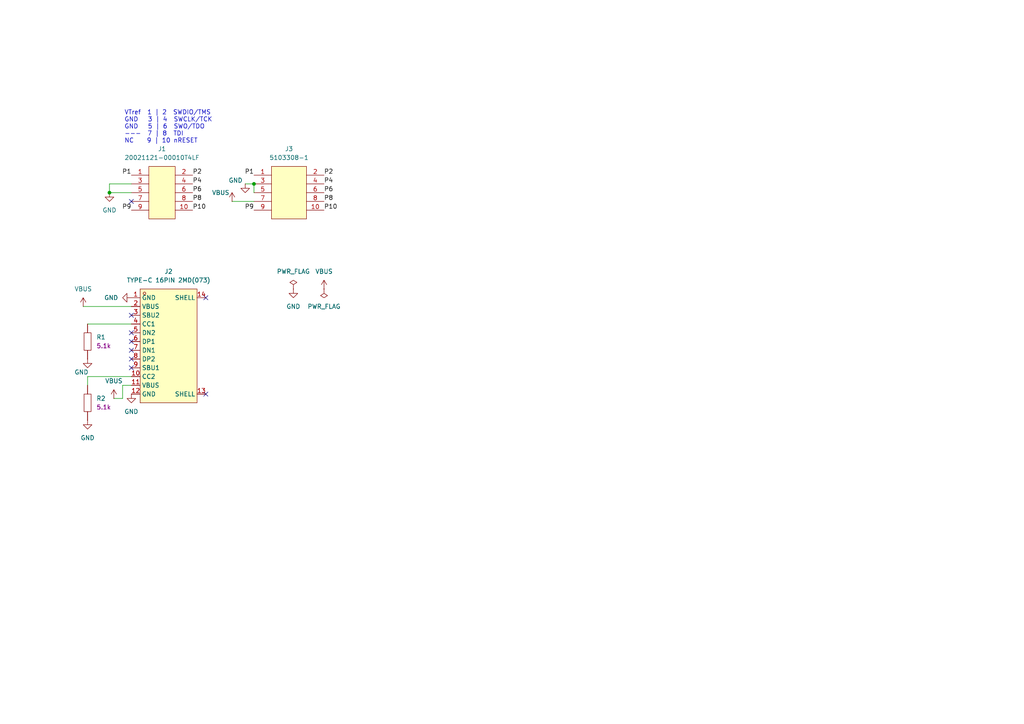
<source format=kicad_sch>
(kicad_sch (version 20231120) (generator "eeschema") (generator_version "8.0")
  (paper "A4")
  (title_block (title "jlink_edu_mini_adapter") (date "2024-07-28") (rev "v1"))
  (lib_symbols
    (symbol "pepy_sym_lib:[10P_2X5_IDC_1_27MM_MALE]Amphenol ICC 20021121-00010T4LF"
      (property "Reference" "J" (at -0.254 12.192 0))
      (property "Value" "20021121-00010T4LF" (at 0.254 10.414 0))
      (symbol "[10P_2X5_IDC_1_27MM_MALE]Amphenol ICC 20021121-00010T4LF_0_1"
        (rectangle (start -3.81 8.89) (end 3.81 -6.35) (fill (type background)))
      )
      (symbol "[10P_2X5_IDC_1_27MM_MALE]Amphenol ICC 20021121-00010T4LF_1_1"
        (pin free line (at -8.89 6.35 0) (length 5.08) (name "~") (number "1"))
        (pin free line (at 8.89 -3.81 180) (length 5.08) (name "~") (number "10"))
        (pin free line (at 8.89 6.35 180) (length 5.08) (name "~") (number "2"))
        (pin free line (at -8.89 3.81 0) (length 5.08) (name "~") (number "3"))
        (pin free line (at 8.89 3.81 180) (length 5.08) (name "~") (number "4"))
        (pin free line (at -8.89 1.27 0) (length 5.08) (name "~") (number "5"))
        (pin free line (at 8.89 1.27 180) (length 5.08) (name "~") (number "6"))
        (pin free line (at -8.89 -1.27 0) (length 5.08) (name "~") (number "7"))
        (pin free line (at 8.89 -1.27 180) (length 5.08) (name "~") (number "8"))
        (pin free line (at -8.89 -3.81 0) (length 5.08) (name "~") (number "9"))
      )
    )
    (symbol "pepy_sym_lib:[10P_2X5_IDC_MALE]TE Connectivity 5103308-1"
      (property "Reference" "J" (at 0 9.398 0))
      (property "Value" "5103308-1" (at 0 -10.16 0))
      (symbol "[10P_2X5_IDC_MALE]TE Connectivity 5103308-1_0_1"
        (rectangle (start -5.08 7.62) (end 5.08 -7.62) (fill (type background)))
      )
      (symbol "[10P_2X5_IDC_MALE]TE Connectivity 5103308-1_1_1"
        (pin free line (at -10.16 5.08 0) (length 5.08) (name "~") (number "1"))
        (pin free line (at 10.16 -5.08 180) (length 5.08) (name "~") (number "10"))
        (pin free line (at 10.16 5.08 180) (length 5.08) (name "~") (number "2"))
        (pin free line (at -10.16 2.54 0) (length 5.08) (name "~") (number "3"))
        (pin free line (at 10.16 2.54 180) (length 5.08) (name "~") (number "4"))
        (pin free line (at -10.16 0 0) (length 5.08) (name "~") (number "5"))
        (pin free line (at 10.16 0 180) (length 5.08) (name "~") (number "6"))
        (pin free line (at -10.16 -2.54 0) (length 5.08) (name "~") (number "7"))
        (pin free line (at 10.16 -2.54 180) (length 5.08) (name "~") (number "8"))
        (pin free line (at -10.16 -5.08 0) (length 5.08) (name "~") (number "9"))
      )
    )
    (symbol "pepy_sym_lib:[RES_SMD_0805_2012Metric]UNI-ROYAL(Uniroyal Elec) 0805W8F5101T5E" (pin_numbers hide)
      (property "Reference" "R" (at 0 5.08 0))
      (property "Nvalue" "5.1k" (at 0.254 -2.54 0))
      (symbol "[RES_SMD_0805_2012Metric]UNI-ROYAL(Uniroyal Elec) 0805W8F5101T5E_1_1"
        (rectangle (start -2.54 1.02) (end 2.54 -1.02))
        (pin passive line (at -5.08 0 0) (length 2.54) (name "~") (number "1"))
        (pin passive line (at 5.08 0 180) (length 2.54) (name "~") (number "2"))
      )
    )
    (symbol "pepy_sym_lib:[USB_C_16P_RA_FEMALE]SHOU HAN TYPE-C 16PIN 2MD(073)"
      (property "Reference" "J" (at 0 17.78 0))
      (property "Value" "TYPE-C 16PIN 2MD(073)" (at 0 -19.05 0))
      (symbol "[USB_C_16P_RA_FEMALE]SHOU HAN TYPE-C 16PIN 2MD(073)_0_1"
        (rectangle (start -8.89 16.51) (end 7.62 -16.51) (fill (type background)))
        (circle (center -7.62 15.24) (radius 0.38))
      )
      (symbol "[USB_C_16P_RA_FEMALE]SHOU HAN TYPE-C 16PIN 2MD(073)_1_1"
        (pin power_in line (at -11.43 13.97 0) (length 2.54) (name "GND") (number "1"))
        (pin passive line (at -11.43 -8.89 0) (length 2.54) (name "CC2") (number "10"))
        (pin power_in line (at -11.43 -11.43 0) (length 2.54) (name "VBUS") (number "11"))
        (pin power_in line (at -11.43 -13.97 0) (length 2.54) (name "GND") (number "12"))
        (pin passive line (at 10.16 -13.97 180) (length 2.54) (name "SHELL") (number "13"))
        (pin passive line (at 10.16 13.97 180) (length 2.54) (name "SHELL") (number "14"))
        (pin power_in line (at -11.43 11.43 0) (length 2.54) (name "VBUS") (number "2"))
        (pin bidirectional line (at -11.43 8.89 0) (length 2.54) (name "SBU2") (number "3"))
        (pin passive line (at -11.43 6.35 0) (length 2.54) (name "CC1") (number "4"))
        (pin bidirectional line (at -11.43 3.81 0) (length 2.54) (name "DN2") (number "5"))
        (pin bidirectional line (at -11.43 1.27 0) (length 2.54) (name "DP1") (number "6"))
        (pin bidirectional line (at -11.43 -1.27 0) (length 2.54) (name "DN1") (number "7"))
        (pin bidirectional line (at -11.43 -3.81 0) (length 2.54) (name "DP2") (number "8"))
        (pin bidirectional line (at -11.43 -6.35 0) (length 2.54) (name "SBU1") (number "9"))
      )
    )
    (symbol "power:GND" (power) (pin_numbers hide) (pin_names (offset 0) hide)
      (property "Value" "GND" (at 0 -3.81 0))
      (symbol "GND_0_1"
        (polyline (pts (xy 0 0) (xy 0 -1.27) (xy 1.27 -1.27) (xy 0 -2.54) (xy -1.27 -1.27) (xy 0 -1.27)))
      )
      (symbol "GND_1_1"
        (pin power_in line (at 0 0 270) (length 0) (name "~") (number "1"))
      )
    )
    (symbol "power:PWR_FLAG" (power) (pin_numbers hide) (pin_names (offset 0) hide)
      (property "Value" "PWR_FLAG" (at 0 3.81 0))
      (symbol "PWR_FLAG_0_0"
        (pin power_out line (at 0 0 90) (length 0) (name "~") (number "1"))
      )
      (symbol "PWR_FLAG_0_1"
        (polyline (pts (xy 0 0) (xy 0 1.27) (xy -1.016 1.905) (xy 0 2.54) (xy 1.016 1.905) (xy 0 1.27)))
      )
    )
    (symbol "power:VBUS" (power) (pin_numbers hide) (pin_names (offset 0) hide)
      (property "Value" "VBUS" (at 0 3.556 0))
      (symbol "VBUS_0_1"
        (polyline (pts (xy -0.762 1.27) (xy 0 2.54)))
        (polyline (pts (xy 0 0) (xy 0 2.54)))
        (polyline (pts (xy 0 2.54) (xy 0.762 1.27)))
      )
      (symbol "VBUS_1_1"
        (pin power_in line (at 0 0 90) (length 0) (name "~") (number "1"))
      )
    )
  )
  (junction (at 31.75 55.88))
  (junction (at 73.66 53.34))
  (no_connect (at 38.1 99.06))
  (no_connect (at 59.69 86.36))
  (no_connect (at 38.1 91.44))
  (no_connect (at 38.1 104.14))
  (no_connect (at 59.69 114.3))
  (no_connect (at 38.1 58.42))
  (no_connect (at 38.1 106.68))
  (no_connect (at 38.1 101.6))
  (no_connect (at 38.1 96.52))
  (wire (pts (xy 24.13 88.9) (xy 38.1 88.9)))
  (wire (pts (xy 38.1 53.34) (xy 31.75 53.34)))
  (wire (pts (xy 73.66 53.34) (xy 73.66 55.88)))
  (wire (pts (xy 38.1 109.22) (xy 25.4 109.22)))
  (wire (pts (xy 31.75 53.34) (xy 31.75 55.88)))
  (wire (pts (xy 71.12 53.34) (xy 73.66 53.34)))
  (wire (pts (xy 35.56 111.76) (xy 35.56 115.57)))
  (wire (pts (xy 35.56 115.57) (xy 33.02 115.57)))
  (wire (pts (xy 25.4 109.22) (xy 25.4 111.76)))
  (wire (pts (xy 25.4 93.98) (xy 38.1 93.98)))
  (wire (pts (xy 31.75 55.88) (xy 38.1 55.88)))
  (wire (pts (xy 38.1 111.76) (xy 35.56 111.76)))
  (wire (pts (xy 67.31 58.42) (xy 73.66 58.42)))
  (text "VTref  1 | 2  SWDIO/TMS\nGND   3 | 4  SWCLK/TCK\nGND   5 | 6  SWO/TDO\n---  7 | 8  TDI\nNC    9 | 10 nRESET" (at 36.068 36.83 0) (effects (font (size 1.27 1.27)) (justify left)))
  (label "P4" (at 55.88 53.34 0))
  (label "P2" (at 93.98 50.8 0))
  (label "P1" (at 38.1 50.8 180))
  (label "P6" (at 55.88 55.88 0))
  (label "P10" (at 93.98 60.96 0))
  (label "P8" (at 55.88 58.42 0))
  (label "P2" (at 55.88 50.8 0))
  (label "P4" (at 93.98 53.34 0))
  (label "P1" (at 73.66 50.8 180))
  (label "P8" (at 93.98 58.42 0))
  (label "P6" (at 93.98 55.88 0))
  (label "P9" (at 73.66 60.96 180))
  (label "P9" (at 38.1 60.96 180))
  (label "P10" (at 55.88 60.96 0))
  (symbol (lib_id "pepy_sym_lib:[RES_SMD_0805_2012Metric]UNI-ROYAL(Uniroyal Elec) 0805W8F5101T5E") (at 25.4 116.84 90) (unit 1)
    (property "Reference" "R2" (at 27.94 115.5699 90) (effects (justify right)))
    (property "Value" "0805W8F5101T5E" (effects (hide yes)))
    (property "Footprint" "pepy_sym_lib:[RES_SMD_0805_2012Metric]" (effects (hide yes)))
    (property "Datasheet" "https://lcsc.com/product-detail/Chip-Resistor-Surface-Mount-UniOhm_5-1KR-5101-1_C27834.html" (effects (hide yes)))
    (property "Description" "125mW Thick Film Resistors 150V ±100ppm/℃ ±1% 5.1kΩ 0805 Chip Resistor - Surface Mount ROHS" (effects (hide yes)))
    (property "LCSC Part" "C27834" (effects (hide yes)))
    (property "Nvalue" "5.1k" (at 27.94 118.1099 90) (effects (justify right)))
    (property "Manufacturer" "UNI-ROYAL(Uniroyal Elec)" (effects (hide yes)))
    (property "Package" "0805" (effects (hide yes)))
  )
  (symbol (lib_id "pepy_sym_lib:[10P_2X5_IDC_MALE]TE Connectivity 5103308-1") (at 83.82 55.88 0) (unit 1)
    (property "Reference" "J3" (at 83.82 43.18 0))
    (property "Value" "5103308-1" (at 83.82 45.72 0))
    (property "Footprint" "pepy_sym_lib:[10P_2X5_IDC_MALE]TE Connectivity 5103308-1" (effects (hide yes)))
    (property "Datasheet" "https://lcsc.com/product-detail/Header-Connectors_TE-Connectivity_5103308-1_Horn-connector-2-5-pitch2-54mm-Straight-line_C86466.html" (effects (hide yes)))
    (property "Description" "Headers & Wire Housings HDR VERT DOUBLE 10P low profile" (effects (hide yes)))
    (property "LCSC Part" "C86466" (effects (hide yes)))
    (property "Manufacturer" "TE Connectivity" (effects (hide yes)))
  )
  (symbol (lib_id "power:GND") (at 38.1 86.36 270) (unit 1)
    (property "Reference" "#PWR06" (effects (hide yes)))
    (property "Value" "GND" (at 34.29 86.3599 90) (effects (justify right)))
    (property "Description" "Power symbol creates a global label with name \"GND\" , ground" (effects (hide yes)))
  )
  (symbol (lib_id "pepy_sym_lib:[10P_2X5_IDC_1_27MM_MALE]Amphenol ICC 20021121-00010T4LF") (at 46.99 57.15 0) (unit 1)
    (property "Reference" "J1" (at 46.99 43.18 0))
    (property "Value" "20021121-00010T4LF" (at 46.99 45.72 0))
    (property "Footprint" "pepy_sym_lib:[10P_2X5_IDC_1_27MM_MALE]Amphenol ICC 20021121-00010T4LF" (effects (hide yes)))
    (property "Datasheet" "https://www.lcsc.com/datasheet/lcsc_datasheet_2204251545_Amphenol-ICC-20021121-00010T4LF_C598540.pdf" (effects (hide yes)))
    (property "Description" " 1A Tin Standing paste 125V 10P -55℃~+125℃ 1.27mm Double Row Black Copper Alloy 1.27mm SMD,P=1.27mm Pin Headers ROHS" (effects (hide yes)))
    (property "LCSC Part" "C598540" (effects (hide yes)))
    (property "Manufacturer" "Amphenol ICC" (effects (hide yes)))
  )
  (symbol (lib_id "power:PWR_FLAG") (at 93.98 83.82 180) (unit 1)
    (property "Reference" "#FLG02" (effects (hide yes)))
    (property "Value" "PWR_FLAG" (at 93.98 88.9 0))
    (property "Description" "Special symbol for telling ERC where power comes from" (effects (hide yes)))
  )
  (symbol (lib_id "power:PWR_FLAG") (at 85.09 83.82 0) (unit 1)
    (property "Reference" "#FLG01" (effects (hide yes)))
    (property "Value" "PWR_FLAG" (at 85.09 78.74 0))
    (property "Description" "Special symbol for telling ERC where power comes from" (effects (hide yes)))
  )
  (symbol (lib_id "power:GND") (at 85.09 83.82 0) (unit 1)
    (property "Reference" "#PWR09" (effects (hide yes)))
    (property "Value" "GND" (at 85.09 88.9 0))
    (property "Description" "Power symbol creates a global label with name \"GND\" , ground" (effects (hide yes)))
  )
  (symbol (lib_id "power:GND") (at 38.1 114.3 0) (unit 1)
    (property "Reference" "#PWR07" (effects (hide yes)))
    (property "Value" "GND" (at 38.1 119.38 0))
    (property "Description" "Power symbol creates a global label with name \"GND\" , ground" (effects (hide yes)))
  )
  (symbol (lib_id "power:VBUS") (at 67.31 58.42 0) (unit 1)
    (property "Reference" "#PWR08" (effects (hide yes)))
    (property "Value" "VBUS" (at 64.008 55.88 0))
    (property "Description" "Power symbol creates a global label with name \"VBUS\"" (effects (hide yes)))
  )
  (symbol (lib_id "power:VBUS") (at 24.13 88.9 0) (unit 1)
    (property "Reference" "#PWR01" (effects (hide yes)))
    (property "Value" "VBUS" (at 24.13 83.82 0))
    (property "Description" "Power symbol creates a global label with name \"VBUS\"" (effects (hide yes)))
  )
  (symbol (lib_id "pepy_sym_lib:[USB_C_16P_RA_FEMALE]SHOU HAN TYPE-C 16PIN 2MD(073)") (at 49.53 100.33 0) (unit 1)
    (property "Reference" "J2" (at 48.895 78.74 0))
    (property "Value" "TYPE-C 16PIN 2MD(073)" (at 48.895 81.28 0))
    (property "Footprint" "pepy_sym_lib:[USB_C_16P_RA_FEMALE]SHOU HAN TYPE-C 16PIN 2MD(073)" (effects (hide yes)))
    (property "Datasheet" "https://www.lcsc.com/product-detail/USB-Connectors_SHOU-HAN-TYPE-C-16PIN-2MD-073_C2765186.html" (effects (hide yes)))
    (property "Description" " 5A 1 Horizontal attachment 16P Female -25℃~+85℃ Type-C SMD USB Connectors ROHS" (effects (hide yes)))
    (property "LCSC Part" "C2765186" (effects (hide yes)))
    (property "Manufacturer" "SHOU HAN" (effects (hide yes)))
  )
  (symbol (lib_id "power:GND") (at 25.4 121.92 0) (unit 1)
    (property "Reference" "#PWR03" (effects (hide yes)))
    (property "Value" "GND" (at 25.4 127 0))
    (property "Description" "Power symbol creates a global label with name \"GND\" , ground" (effects (hide yes)))
  )
  (symbol (lib_id "pepy_sym_lib:[RES_SMD_0805_2012Metric]UNI-ROYAL(Uniroyal Elec) 0805W8F5101T5E") (at 25.4 99.06 90) (unit 1)
    (property "Reference" "R1" (at 27.94 97.7899 90) (effects (justify right)))
    (property "Value" "0805W8F5101T5E" (effects (hide yes)))
    (property "Footprint" "pepy_sym_lib:[RES_SMD_0805_2012Metric]" (effects (hide yes)))
    (property "Datasheet" "https://lcsc.com/product-detail/Chip-Resistor-Surface-Mount-UniOhm_5-1KR-5101-1_C27834.html" (effects (hide yes)))
    (property "Description" "125mW Thick Film Resistors 150V ±100ppm/℃ ±1% 5.1kΩ 0805 Chip Resistor - Surface Mount ROHS" (effects (hide yes)))
    (property "LCSC Part" "C27834" (effects (hide yes)))
    (property "Nvalue" "5.1k" (at 27.94 100.3299 90) (effects (justify right)))
    (property "Manufacturer" "UNI-ROYAL(Uniroyal Elec)" (effects (hide yes)))
    (property "Package" "0805" (effects (hide yes)))
  )
  (symbol (lib_id "power:VBUS") (at 33.02 115.57 0) (unit 1)
    (property "Reference" "#PWR05" (effects (hide yes)))
    (property "Value" "VBUS" (at 33.02 110.49 0))
    (property "Description" "Power symbol creates a global label with name \"VBUS\"" (effects (hide yes)))
  )
  (symbol (lib_id "power:GND") (at 71.12 53.34 0) (unit 1)
    (property "Reference" "#PWR011" (effects (hide yes)))
    (property "Value" "GND" (at 68.326 52.324 0))
    (property "Description" "Power symbol creates a global label with name \"GND\" , ground" (effects (hide yes)))
  )
  (symbol (lib_id "power:VBUS") (at 93.98 83.82 0) (unit 1)
    (property "Reference" "#PWR010" (effects (hide yes)))
    (property "Value" "VBUS" (at 93.98 78.74 0))
    (property "Description" "Power symbol creates a global label with name \"VBUS\"" (effects (hide yes)))
  )
  (symbol (lib_id "power:GND") (at 25.4 104.14 0) (unit 1)
    (property "Reference" "#PWR02" (effects (hide yes)))
    (property "Value" "GND" (at 23.622 107.95 0))
    (property "Description" "Power symbol creates a global label with name \"GND\" , ground" (effects (hide yes)))
  )
  (symbol (lib_id "power:GND") (at 31.75 55.88 0) (unit 1)
    (property "Reference" "#PWR04" (effects (hide yes)))
    (property "Value" "GND" (at 31.75 60.96 0))
    (property "Description" "Power symbol creates a global label with name \"GND\" , ground" (effects (hide yes)))
  )
)
</source>
